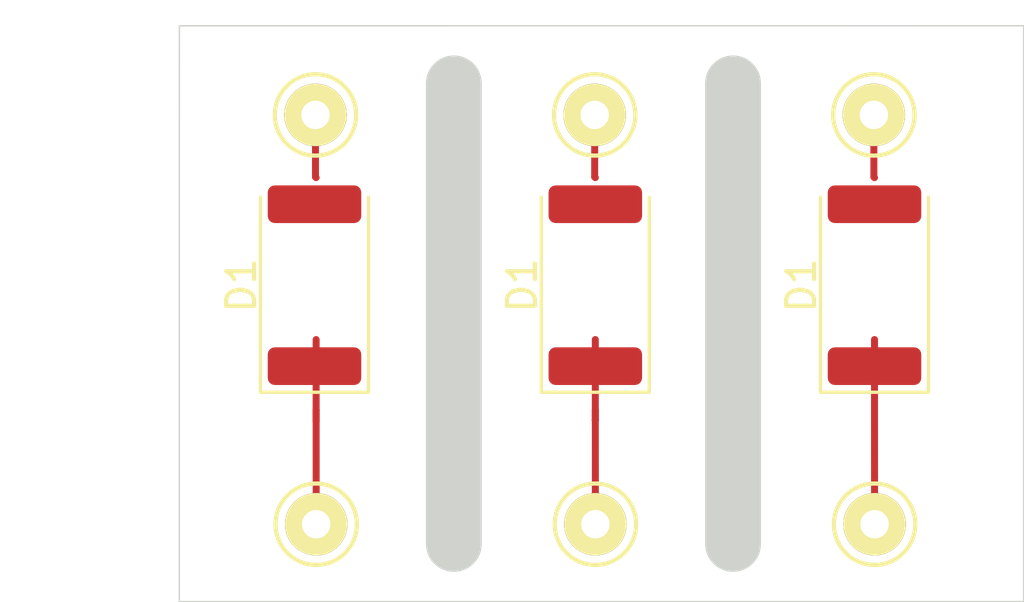
<source format=kicad_pcb>
(kicad_pcb (version 20171130) (host pcbnew "(5.1.2)-2")

  (general
    (thickness 1.6)
    (drawings 11)
    (tracks 15)
    (zones 0)
    (modules 21)
    (nets 3)
  )

  (page A4)
  (layers
    (0 F.Cu signal)
    (31 B.Cu signal)
    (32 B.Adhes user)
    (33 F.Adhes user)
    (34 B.Paste user)
    (35 F.Paste user)
    (36 B.SilkS user)
    (37 F.SilkS user)
    (38 B.Mask user)
    (39 F.Mask user)
    (40 Dwgs.User user)
    (41 Cmts.User user)
    (42 Eco1.User user)
    (43 Eco2.User user)
    (44 Edge.Cuts user)
    (45 Margin user)
    (46 B.CrtYd user)
    (47 F.CrtYd user)
    (48 B.Fab user)
    (49 F.Fab user)
  )

  (setup
    (last_trace_width 0.25)
    (trace_clearance 0.2)
    (zone_clearance 0.508)
    (zone_45_only no)
    (trace_min 0.2)
    (via_size 0.8)
    (via_drill 0.4)
    (via_min_size 0.4)
    (via_min_drill 0.3)
    (uvia_size 0.3)
    (uvia_drill 0.1)
    (uvias_allowed no)
    (uvia_min_size 0.2)
    (uvia_min_drill 0.1)
    (edge_width 0.05)
    (segment_width 0.2)
    (pcb_text_width 0.3)
    (pcb_text_size 1.5 1.5)
    (mod_edge_width 0.12)
    (mod_text_size 1 1)
    (mod_text_width 0.15)
    (pad_size 1.35 3.35)
    (pad_drill 0)
    (pad_to_mask_clearance 0.051)
    (solder_mask_min_width 0.25)
    (aux_axis_origin 0 0)
    (visible_elements 7FFFFFFF)
    (pcbplotparams
      (layerselection 0x010fc_ffffffff)
      (usegerberextensions false)
      (usegerberattributes false)
      (usegerberadvancedattributes false)
      (creategerberjobfile false)
      (excludeedgelayer true)
      (linewidth 0.100000)
      (plotframeref false)
      (viasonmask false)
      (mode 1)
      (useauxorigin false)
      (hpglpennumber 1)
      (hpglpenspeed 20)
      (hpglpendiameter 15.000000)
      (psnegative false)
      (psa4output false)
      (plotreference true)
      (plotvalue true)
      (plotinvisibletext false)
      (padsonsilk false)
      (subtractmaskfromsilk false)
      (outputformat 1)
      (mirror false)
      (drillshape 1)
      (scaleselection 1)
      (outputdirectory ""))
  )

  (net 0 "")
  (net 1 +3V3)
  (net 2 GND)

  (net_class Default "This is the default net class."
    (clearance 0.2)
    (trace_width 0.25)
    (via_dia 0.8)
    (via_drill 0.4)
    (uvia_dia 0.3)
    (uvia_drill 0.1)
    (add_net +3V3)
    (add_net GND)
  )

  (module Diode_SMD:D_2512_6332Metric (layer F.Cu) (tedit 5E619E68) (tstamp 5E5DAEAA)
    (at -6.19758 84.984 90)
    (descr "Diode SMD 2512 (6332 Metric), square (rectangular) end terminal, IPC_7351 nominal, (Body size source: http://www.tortai-tech.com/upload/download/2011102023233369053.pdf), generated with kicad-footprint-generator")
    (tags diode)
    (path /5E53AE67)
    (attr smd)
    (fp_text reference D1 (at 0 -2.62 90) (layer F.SilkS)
      (effects (font (size 1 1) (thickness 0.15)))
    )
    (fp_text value LED (at 0 2.62 90) (layer F.Fab)
      (effects (font (size 1 1) (thickness 0.15)))
    )
    (fp_text user %R (at 0 0 90) (layer F.Fab)
      (effects (font (size 1 1) (thickness 0.15)))
    )
    (fp_line (start 3.82 1.92) (end -3.82 1.92) (layer F.CrtYd) (width 0.05))
    (fp_line (start 3.82 -1.92) (end 3.82 1.92) (layer F.CrtYd) (width 0.05))
    (fp_line (start -3.82 -1.92) (end 3.82 -1.92) (layer F.CrtYd) (width 0.05))
    (fp_line (start -3.82 1.92) (end -3.82 -1.92) (layer F.CrtYd) (width 0.05))
    (fp_line (start -3.835 1.935) (end 3.15 1.935) (layer F.SilkS) (width 0.12))
    (fp_line (start -3.835 -1.935) (end -3.835 1.935) (layer F.SilkS) (width 0.12))
    (fp_line (start 3.15 -1.935) (end -3.835 -1.935) (layer F.SilkS) (width 0.12))
    (fp_line (start 3.15 1.6) (end 3.15 -1.6) (layer F.Fab) (width 0.1))
    (fp_line (start -3.15 1.6) (end 3.15 1.6) (layer F.Fab) (width 0.1))
    (fp_line (start -3.15 -0.8) (end -3.15 1.6) (layer F.Fab) (width 0.1))
    (fp_line (start -2.35 -1.6) (end -3.15 -0.8) (layer F.Fab) (width 0.1))
    (fp_line (start 3.15 -1.6) (end -2.35 -1.6) (layer F.Fab) (width 0.1))
    (pad 2 smd roundrect (at 2.9 0 90) (size 1.35 3.35) (layers F.Cu F.Paste F.Mask) (roundrect_rratio 0.185185)
      (net 1 +3V3))
    (pad 1 smd roundrect (at -2.9 0 90) (size 1.35 3.35) (layers F.Cu F.Paste F.Mask) (roundrect_rratio 0.185)
      (net 2 GND))
    (model ${KISYS3DMOD}/Diode_SMD.3dshapes/D_2512_6332Metric.wrl
      (at (xyz 0 0 0))
      (scale (xyz 1 1 1))
      (rotate (xyz 0 0 0))
    )
  )

  (module Diode_SMD:D_2512_6332Metric (layer F.Cu) (tedit 5E619E6C) (tstamp 5E5DAECE)
    (at 3.80242 84.984 90)
    (descr "Diode SMD 2512 (6332 Metric), square (rectangular) end terminal, IPC_7351 nominal, (Body size source: http://www.tortai-tech.com/upload/download/2011102023233369053.pdf), generated with kicad-footprint-generator")
    (tags diode)
    (path /5E53AE67)
    (attr smd)
    (fp_text reference D1 (at 0 -2.62 90) (layer F.SilkS)
      (effects (font (size 1 1) (thickness 0.15)))
    )
    (fp_text value LED (at 0 2.62 90) (layer F.Fab)
      (effects (font (size 1 1) (thickness 0.15)))
    )
    (fp_text user %R (at 0 0 90) (layer F.Fab)
      (effects (font (size 1 1) (thickness 0.15)))
    )
    (fp_line (start 3.82 1.92) (end -3.82 1.92) (layer F.CrtYd) (width 0.05))
    (fp_line (start 3.82 -1.92) (end 3.82 1.92) (layer F.CrtYd) (width 0.05))
    (fp_line (start -3.82 -1.92) (end 3.82 -1.92) (layer F.CrtYd) (width 0.05))
    (fp_line (start -3.82 1.92) (end -3.82 -1.92) (layer F.CrtYd) (width 0.05))
    (fp_line (start -3.835 1.935) (end 3.15 1.935) (layer F.SilkS) (width 0.12))
    (fp_line (start -3.835 -1.935) (end -3.835 1.935) (layer F.SilkS) (width 0.12))
    (fp_line (start 3.15 -1.935) (end -3.835 -1.935) (layer F.SilkS) (width 0.12))
    (fp_line (start 3.15 1.6) (end 3.15 -1.6) (layer F.Fab) (width 0.1))
    (fp_line (start -3.15 1.6) (end 3.15 1.6) (layer F.Fab) (width 0.1))
    (fp_line (start -3.15 -0.8) (end -3.15 1.6) (layer F.Fab) (width 0.1))
    (fp_line (start -2.35 -1.6) (end -3.15 -0.8) (layer F.Fab) (width 0.1))
    (fp_line (start 3.15 -1.6) (end -2.35 -1.6) (layer F.Fab) (width 0.1))
    (pad 2 smd roundrect (at 2.9 0 90) (size 1.35 3.35) (layers F.Cu F.Paste F.Mask) (roundrect_rratio 0.185185)
      (net 1 +3V3))
    (pad 1 smd roundrect (at -2.9 0 90) (size 1.35 3.35) (layers F.Cu F.Paste F.Mask) (roundrect_rratio 0.185)
      (net 2 GND))
    (model ${KISYS3DMOD}/Diode_SMD.3dshapes/D_2512_6332Metric.wrl
      (at (xyz 0 0 0))
      (scale (xyz 1 1 1))
      (rotate (xyz 0 0 0))
    )
  )

  (module Diode_SMD:D_2512_6332Metric (layer F.Cu) (tedit 5E619E63) (tstamp 5E524708)
    (at -16.256 84.984 90)
    (descr "Diode SMD 2512 (6332 Metric), square (rectangular) end terminal, IPC_7351 nominal, (Body size source: http://www.tortai-tech.com/upload/download/2011102023233369053.pdf), generated with kicad-footprint-generator")
    (tags diode)
    (path /5E53AE67)
    (attr smd)
    (fp_text reference D1 (at 0 -2.62 90) (layer F.SilkS)
      (effects (font (size 1 1) (thickness 0.15)))
    )
    (fp_text value LED (at 0 2.62 90) (layer F.Fab)
      (effects (font (size 1 1) (thickness 0.15)))
    )
    (fp_text user %R (at 0 0 90) (layer F.Fab)
      (effects (font (size 1 1) (thickness 0.15)))
    )
    (fp_line (start 3.82 1.92) (end -3.82 1.92) (layer F.CrtYd) (width 0.05))
    (fp_line (start 3.82 -1.92) (end 3.82 1.92) (layer F.CrtYd) (width 0.05))
    (fp_line (start -3.82 -1.92) (end 3.82 -1.92) (layer F.CrtYd) (width 0.05))
    (fp_line (start -3.82 1.92) (end -3.82 -1.92) (layer F.CrtYd) (width 0.05))
    (fp_line (start -3.835 1.935) (end 3.15 1.935) (layer F.SilkS) (width 0.12))
    (fp_line (start -3.835 -1.935) (end -3.835 1.935) (layer F.SilkS) (width 0.12))
    (fp_line (start 3.15 -1.935) (end -3.835 -1.935) (layer F.SilkS) (width 0.12))
    (fp_line (start 3.15 1.6) (end 3.15 -1.6) (layer F.Fab) (width 0.1))
    (fp_line (start -3.15 1.6) (end 3.15 1.6) (layer F.Fab) (width 0.1))
    (fp_line (start -3.15 -0.8) (end -3.15 1.6) (layer F.Fab) (width 0.1))
    (fp_line (start -2.35 -1.6) (end -3.15 -0.8) (layer F.Fab) (width 0.1))
    (fp_line (start 3.15 -1.6) (end -2.35 -1.6) (layer F.Fab) (width 0.1))
    (pad 2 smd roundrect (at 2.9 0 90) (size 1.35 3.35) (layers F.Cu F.Paste F.Mask) (roundrect_rratio 0.185185)
      (net 1 +3V3))
    (pad 1 smd roundrect (at -2.9 0 90) (size 1.35 3.35) (layers F.Cu F.Paste F.Mask) (roundrect_rratio 0.185)
      (net 2 GND))
    (model ${KISYS3DMOD}/Diode_SMD.3dshapes/D_2512_6332Metric.wrl
      (at (xyz 0 0 0))
      (scale (xyz 1 1 1))
      (rotate (xyz 0 0 0))
    )
  )

  (module Wickerlib:HOLE-UNPLATED-200MIL (layer F.Cu) (tedit 5E5D8333) (tstamp 5E5DB0DC)
    (at -3.16482 75.03414)
    (attr virtual)
    (fp_text reference V (at 0 -2) (layer F.SilkS) hide
      (effects (font (size 1.016 1.016) (thickness 0.1524)))
    )
    (fp_text value HOLE-PLATED-200MIL (at -2.1 2.88 90) (layer F.Fab) hide
      (effects (font (size 1 1) (thickness 0.15)))
    )
    (pad "" np_thru_hole circle (at 0.94996 1.19888) (size 0.5 0.5) (drill 0.5) (layers *.Cu))
  )

  (module Wickerlib:HOLE-UNPLATED-200MIL (layer F.Cu) (tedit 5E5D8333) (tstamp 5E5DB0B8)
    (at -1.32586 75.0189)
    (attr virtual)
    (fp_text reference V (at 0 -2) (layer F.SilkS) hide
      (effects (font (size 1.016 1.016) (thickness 0.1524)))
    )
    (fp_text value HOLE-PLATED-200MIL (at -2.1 2.88 90) (layer F.Fab) hide
      (effects (font (size 1 1) (thickness 0.15)))
    )
    (pad "" np_thru_hole circle (at 0.94996 1.19888) (size 0.5 0.5) (drill 0.5) (layers *.Cu))
  )

  (module Wickerlib:HOLE-UNPLATED-200MIL (layer F.Cu) (tedit 5E5D8333) (tstamp 5E5DB094)
    (at -3.11656 94.55658)
    (attr virtual)
    (fp_text reference V (at 0 -2) (layer F.SilkS) hide
      (effects (font (size 1.016 1.016) (thickness 0.1524)))
    )
    (fp_text value HOLE-PLATED-200MIL (at -2.1 2.88 90) (layer F.Fab) hide
      (effects (font (size 1 1) (thickness 0.15)))
    )
    (pad "" np_thru_hole circle (at 0.94996 1.19888) (size 0.5 0.5) (drill 0.5) (layers *.Cu))
  )

  (module Wickerlib:HOLE-UNPLATED-200MIL (layer F.Cu) (tedit 5E5D8333) (tstamp 5E5DB070)
    (at -1.2776 94.54134)
    (attr virtual)
    (fp_text reference V (at 0 -2) (layer F.SilkS) hide
      (effects (font (size 1.016 1.016) (thickness 0.1524)))
    )
    (fp_text value HOLE-PLATED-200MIL (at -2.1 2.88 90) (layer F.Fab) hide
      (effects (font (size 1 1) (thickness 0.15)))
    )
    (pad "" np_thru_hole circle (at 0.94996 1.19888) (size 0.5 0.5) (drill 0.5) (layers *.Cu))
  )

  (module Wickerlib:HOLE-UNPLATED-200MIL (layer F.Cu) (tedit 5E5D8333) (tstamp 5E5DB04C)
    (at -2.25042 75.02906)
    (attr virtual)
    (fp_text reference V (at 0 -2) (layer F.SilkS) hide
      (effects (font (size 1.016 1.016) (thickness 0.1524)))
    )
    (fp_text value HOLE-PLATED-200MIL (at -2.1 2.88 90) (layer F.Fab) hide
      (effects (font (size 1 1) (thickness 0.15)))
    )
    (pad "" np_thru_hole circle (at 0.94996 1.19888) (size 0.5 0.5) (drill 0.5) (layers *.Cu))
  )

  (module Wickerlib:HOLE-UNPLATED-200MIL (layer F.Cu) (tedit 5E5D8333) (tstamp 5E5DB028)
    (at -2.20216 94.5515)
    (attr virtual)
    (fp_text reference V (at 0 -2) (layer F.SilkS) hide
      (effects (font (size 1.016 1.016) (thickness 0.1524)))
    )
    (fp_text value HOLE-PLATED-200MIL (at -2.1 2.88 90) (layer F.Fab) hide
      (effects (font (size 1 1) (thickness 0.15)))
    )
    (pad "" np_thru_hole circle (at 0.94996 1.19888) (size 0.5 0.5) (drill 0.5) (layers *.Cu))
  )

  (module Wickerlib:CONN-HEADER-STRAIGHT-P2.54MM-1x01 (layer F.Cu) (tedit 58FF6D5C) (tstamp 5E5DAFDF)
    (at 3.77956 78.88478)
    (path /5E5688D9)
    (attr smd)
    (fp_text reference J1 (at 0 -2.3495) (layer F.SilkS) hide
      (effects (font (size 1 1) (thickness 0.15)))
    )
    (fp_text value Conn_01x01_Female (at 0 0) (layer F.Fab) hide
      (effects (font (size 1 1) (thickness 0.15)))
    )
    (fp_circle (center 0 0) (end 1.25 0.75) (layer F.SilkS) (width 0.1524))
    (fp_circle (center 0 0) (end 1 1) (layer F.Fab) (width 0.0508))
    (fp_text user %R (at 0 0) (layer F.Fab)
      (effects (font (size 1 1) (thickness 0.15)))
    )
    (pad 1 thru_hole circle (at 0 0) (size 2.2352 2.2352) (drill 1.016) (layers *.Cu *.Mask F.SilkS)
      (net 1 +3V3))
  )

  (module Wickerlib:CONN-HEADER-STRAIGHT-P2.54MM-1x01 (layer F.Cu) (tedit 58FF6D5C) (tstamp 5E5DAFD1)
    (at -6.22044 78.88478)
    (path /5E5688D9)
    (attr smd)
    (fp_text reference J1 (at 0 -2.3495) (layer F.SilkS) hide
      (effects (font (size 1 1) (thickness 0.15)))
    )
    (fp_text value Conn_01x01_Female (at 0 0) (layer F.Fab) hide
      (effects (font (size 1 1) (thickness 0.15)))
    )
    (fp_circle (center 0 0) (end 1.25 0.75) (layer F.SilkS) (width 0.1524))
    (fp_circle (center 0 0) (end 1 1) (layer F.Fab) (width 0.0508))
    (fp_text user %R (at 0 0) (layer F.Fab)
      (effects (font (size 1 1) (thickness 0.15)))
    )
    (pad 1 thru_hole circle (at 0 0) (size 2.2352 2.2352) (drill 1.016) (layers *.Cu *.Mask F.SilkS)
      (net 1 +3V3))
  )

  (module Wickerlib:CONN-HEADER-STRAIGHT-P2.54MM-1x01 (layer F.Cu) (tedit 58FF6D5C) (tstamp 5E5DAE6E)
    (at 3.80496 93.54566)
    (path /5E565A99)
    (attr smd)
    (fp_text reference J4 (at 0 -2.3495) (layer F.SilkS) hide
      (effects (font (size 1 1) (thickness 0.15)))
    )
    (fp_text value Conn_01x01_Female (at 0 0) (layer F.Fab) hide
      (effects (font (size 1 1) (thickness 0.15)))
    )
    (fp_text user %R (at 0 0) (layer F.Fab)
      (effects (font (size 1 1) (thickness 0.15)))
    )
    (fp_circle (center 0 0) (end 1 1) (layer F.Fab) (width 0.0508))
    (fp_circle (center 0 0) (end 1.25 0.75) (layer F.SilkS) (width 0.1524))
    (pad 1 thru_hole circle (at 0 0) (size 2.2352 2.2352) (drill 1.016) (layers *.Cu *.Mask F.SilkS)
      (net 2 GND))
  )

  (module Wickerlib:CONN-HEADER-STRAIGHT-P2.54MM-1x01 (layer F.Cu) (tedit 58FF6D5C) (tstamp 5E5DAE60)
    (at -6.19504 93.54566)
    (path /5E565A99)
    (attr smd)
    (fp_text reference J4 (at 0 -2.3495) (layer F.SilkS) hide
      (effects (font (size 1 1) (thickness 0.15)))
    )
    (fp_text value Conn_01x01_Female (at 0 0) (layer F.Fab) hide
      (effects (font (size 1 1) (thickness 0.15)))
    )
    (fp_text user %R (at 0 0) (layer F.Fab)
      (effects (font (size 1 1) (thickness 0.15)))
    )
    (fp_circle (center 0 0) (end 1 1) (layer F.Fab) (width 0.0508))
    (fp_circle (center 0 0) (end 1.25 0.75) (layer F.SilkS) (width 0.1524))
    (pad 1 thru_hole circle (at 0 0) (size 2.2352 2.2352) (drill 1.016) (layers *.Cu *.Mask F.SilkS)
      (net 2 GND))
  )

  (module Wickerlib:HOLE-UNPLATED-200MIL (layer F.Cu) (tedit 5E5D8333) (tstamp 5E5DAB2D)
    (at -13.11656 94.55658)
    (attr virtual)
    (fp_text reference V (at 0 -2) (layer F.SilkS) hide
      (effects (font (size 1.016 1.016) (thickness 0.1524)))
    )
    (fp_text value HOLE-PLATED-200MIL (at -2.1 2.88 90) (layer F.Fab) hide
      (effects (font (size 1 1) (thickness 0.15)))
    )
    (pad "" np_thru_hole circle (at 0.94996 1.19888) (size 0.5 0.5) (drill 0.5) (layers *.Cu))
  )

  (module Wickerlib:HOLE-UNPLATED-200MIL (layer F.Cu) (tedit 5E5D8333) (tstamp 5E5DAB29)
    (at -11.2776 94.54134)
    (attr virtual)
    (fp_text reference V (at 0 -2) (layer F.SilkS) hide
      (effects (font (size 1.016 1.016) (thickness 0.1524)))
    )
    (fp_text value HOLE-PLATED-200MIL (at -2.1 2.88 90) (layer F.Fab) hide
      (effects (font (size 1 1) (thickness 0.15)))
    )
    (pad "" np_thru_hole circle (at 0.94996 1.19888) (size 0.5 0.5) (drill 0.5) (layers *.Cu))
  )

  (module Wickerlib:HOLE-UNPLATED-200MIL (layer F.Cu) (tedit 5E5D8333) (tstamp 5E5DAB25)
    (at -12.20216 94.5515)
    (attr virtual)
    (fp_text reference V (at 0 -2) (layer F.SilkS) hide
      (effects (font (size 1.016 1.016) (thickness 0.1524)))
    )
    (fp_text value HOLE-PLATED-200MIL (at -2.1 2.88 90) (layer F.Fab) hide
      (effects (font (size 1 1) (thickness 0.15)))
    )
    (pad "" np_thru_hole circle (at 0.94996 1.19888) (size 0.5 0.5) (drill 0.5) (layers *.Cu))
  )

  (module Wickerlib:HOLE-UNPLATED-200MIL (layer F.Cu) (tedit 5E5D8333) (tstamp 5E5DAAF5)
    (at -11.32586 75.0189)
    (attr virtual)
    (fp_text reference V (at 0 -2) (layer F.SilkS) hide
      (effects (font (size 1.016 1.016) (thickness 0.1524)))
    )
    (fp_text value HOLE-PLATED-200MIL (at -2.1 2.88 90) (layer F.Fab) hide
      (effects (font (size 1 1) (thickness 0.15)))
    )
    (pad "" np_thru_hole circle (at 0.94996 1.19888) (size 0.5 0.5) (drill 0.5) (layers *.Cu))
  )

  (module Wickerlib:HOLE-UNPLATED-200MIL (layer F.Cu) (tedit 5E5D8333) (tstamp 5E5DAAED)
    (at -13.16482 75.03414)
    (attr virtual)
    (fp_text reference V (at 0 -2) (layer F.SilkS) hide
      (effects (font (size 1.016 1.016) (thickness 0.1524)))
    )
    (fp_text value HOLE-PLATED-200MIL (at -2.1 2.88 90) (layer F.Fab) hide
      (effects (font (size 1 1) (thickness 0.15)))
    )
    (pad "" np_thru_hole circle (at 0.94996 1.19888) (size 0.5 0.5) (drill 0.5) (layers *.Cu))
  )

  (module Wickerlib:HOLE-UNPLATED-200MIL (layer F.Cu) (tedit 5E5D8333) (tstamp 5E5DAA33)
    (at -12.25042 75.02906)
    (attr virtual)
    (fp_text reference V (at 0 -2) (layer F.SilkS) hide
      (effects (font (size 1.016 1.016) (thickness 0.1524)))
    )
    (fp_text value HOLE-PLATED-200MIL (at -2.1 2.88 90) (layer F.Fab) hide
      (effects (font (size 1 1) (thickness 0.15)))
    )
    (pad "" np_thru_hole circle (at 0.94996 1.19888) (size 0.5 0.5) (drill 0.5) (layers *.Cu))
  )

  (module Wickerlib:CONN-HEADER-STRAIGHT-P2.54MM-1x01 (layer F.Cu) (tedit 58FF6D5C) (tstamp 5E522BC0)
    (at -16.22044 78.88478)
    (path /5E5688D9)
    (attr smd)
    (fp_text reference J1 (at 0 -2.3495) (layer F.SilkS) hide
      (effects (font (size 1 1) (thickness 0.15)))
    )
    (fp_text value Conn_01x01_Female (at 0 0) (layer F.Fab) hide
      (effects (font (size 1 1) (thickness 0.15)))
    )
    (fp_text user %R (at 0 0) (layer F.Fab)
      (effects (font (size 1 1) (thickness 0.15)))
    )
    (fp_circle (center 0 0) (end 1 1) (layer F.Fab) (width 0.0508))
    (fp_circle (center 0 0) (end 1.25 0.75) (layer F.SilkS) (width 0.1524))
    (pad 1 thru_hole circle (at 0 0) (size 2.2352 2.2352) (drill 1.016) (layers *.Cu *.Mask F.SilkS)
      (net 1 +3V3))
  )

  (module Wickerlib:CONN-HEADER-STRAIGHT-P2.54MM-1x01 (layer F.Cu) (tedit 58FF6D5C) (tstamp 5E522BD8)
    (at -16.19504 93.54566)
    (path /5E565A99)
    (attr smd)
    (fp_text reference J4 (at 0 -2.3495) (layer F.SilkS) hide
      (effects (font (size 1 1) (thickness 0.15)))
    )
    (fp_text value Conn_01x01_Female (at 0 0) (layer F.Fab) hide
      (effects (font (size 1 1) (thickness 0.15)))
    )
    (fp_circle (center 0 0) (end 1.25 0.75) (layer F.SilkS) (width 0.1524))
    (fp_circle (center 0 0) (end 1 1) (layer F.Fab) (width 0.0508))
    (fp_text user %R (at 0 0) (layer F.Fab)
      (effects (font (size 1 1) (thickness 0.15)))
    )
    (pad 1 thru_hole circle (at 0 0) (size 2.2352 2.2352) (drill 1.016) (layers *.Cu *.Mask F.SilkS)
      (net 2 GND))
  )

  (gr_line (start -21.0947 75.69454) (end 9.144 75.692) (layer Edge.Cuts) (width 0.05))
  (gr_line (start 9.144 96.3168) (end 9.144 75.69454) (layer Edge.Cuts) (width 0.05) (tstamp 5E5D8E5E))
  (gr_line (start -1.2649 77.75448) (end -1.2649 94.25178) (layer Edge.Cuts) (width 2) (tstamp 5E5DB01C))
  (gr_line (start -21.09724 96.3168) (end 9.144 96.3168) (layer Edge.Cuts) (width 0.05))
  (gr_line (start -21.09724 96.01454) (end -21.09724 96.3168) (layer Edge.Cuts) (width 0.05))
  (gr_line (start -11.2649 77.75448) (end -11.2649 94.25178) (layer Edge.Cuts) (width 2))
  (gr_line (start -21.09724 93.18498) (end -21.09724 96.01454) (layer Edge.Cuts) (width 0.05))
  (gr_line (start -21.09724 79.16164) (end -21.0947 75.69454) (layer Edge.Cuts) (width 0.05))
  (dimension 1.64592 (width 0.12) (layer Dwgs.User) (tstamp 5E52AA88)
    (gr_text "1.646 mm" (at -23.70836 81.30794 90) (layer Dwgs.User) (tstamp 5E52AA88)
      (effects (font (size 1 1) (thickness 0.15)))
    )
    (feature1 (pts (xy -16.00708 80.48498) (xy -23.024781 80.48498)))
    (feature2 (pts (xy -16.00708 82.1309) (xy -23.024781 82.1309)))
    (crossbar (pts (xy -22.43836 82.1309) (xy -22.43836 80.48498)))
    (arrow1a (pts (xy -22.43836 80.48498) (xy -21.851939 81.611484)))
    (arrow1b (pts (xy -22.43836 80.48498) (xy -23.024781 81.611484)))
    (arrow2a (pts (xy -22.43836 82.1309) (xy -21.851939 81.004396)))
    (arrow2b (pts (xy -22.43836 82.1309) (xy -23.024781 81.004396)))
  )
  (dimension 1.64592 (width 0.12) (layer Dwgs.User)
    (gr_text "1.646 mm" (at -23.8252 91.12758 90) (layer Dwgs.User)
      (effects (font (size 1 1) (thickness 0.15)))
    )
    (feature1 (pts (xy -16.12392 90.30462) (xy -23.141621 90.30462)))
    (feature2 (pts (xy -16.12392 91.95054) (xy -23.141621 91.95054)))
    (crossbar (pts (xy -22.5552 91.95054) (xy -22.5552 90.30462)))
    (arrow1a (pts (xy -22.5552 90.30462) (xy -21.968779 91.431124)))
    (arrow1b (pts (xy -22.5552 90.30462) (xy -23.141621 91.431124)))
    (arrow2a (pts (xy -22.5552 91.95054) (xy -21.968779 90.824036)))
    (arrow2b (pts (xy -22.5552 91.95054) (xy -23.141621 90.824036)))
  )
  (gr_line (start -21.09724 93.18498) (end -21.09724 79.16164) (layer Edge.Cuts) (width 0.05))

  (segment (start 3.77956 81.10796) (end 3.80242 81.13082) (width 0.25) (layer F.Cu) (net 1))
  (segment (start 3.77956 78.88478) (end 3.77956 81.10796) (width 0.25) (layer F.Cu) (net 1))
  (segment (start -6.22044 81.10796) (end -6.19758 81.13082) (width 0.25) (layer F.Cu) (net 1))
  (segment (start -6.22044 78.88478) (end -6.22044 81.10796) (width 0.25) (layer F.Cu) (net 1))
  (segment (start -16.22044 81.10796) (end -16.19758 81.13082) (width 0.25) (layer F.Cu) (net 1))
  (segment (start -16.22044 78.88478) (end -16.22044 81.10796) (width 0.25) (layer F.Cu) (net 1))
  (segment (start 3.80242 89.44748) (end 3.80496 93.54566) (width 0.25) (layer F.Cu) (net 2) (tstamp 5E5DAE53))
  (segment (start -16.19758 89.44748) (end -16.19504 93.54566) (width 0.25) (layer F.Cu) (net 2))
  (segment (start -16.19758 89.44748) (end -16.19758 89.85758) (width 0.25) (layer F.Cu) (net 2))
  (segment (start -16.19758 89.44748) (end -16.19758 86.93082) (width 0.25) (layer F.Cu) (net 2))
  (segment (start 3.80242 89.44748) (end 3.80242 86.93082) (width 0.25) (layer F.Cu) (net 2))
  (segment (start -6.19758 89.81442) (end -6.19758 86.93082) (width 0.25) (layer F.Cu) (net 2))
  (segment (start -6.197352 89.814648) (end -6.19758 89.81442) (width 0.25) (layer F.Cu) (net 2))
  (segment (start -6.197352 89.814648) (end -6.19504 93.54566) (width 0.25) (layer F.Cu) (net 2))
  (segment (start -6.19758 89.44748) (end -6.197352 89.814648) (width 0.25) (layer F.Cu) (net 2))

)

</source>
